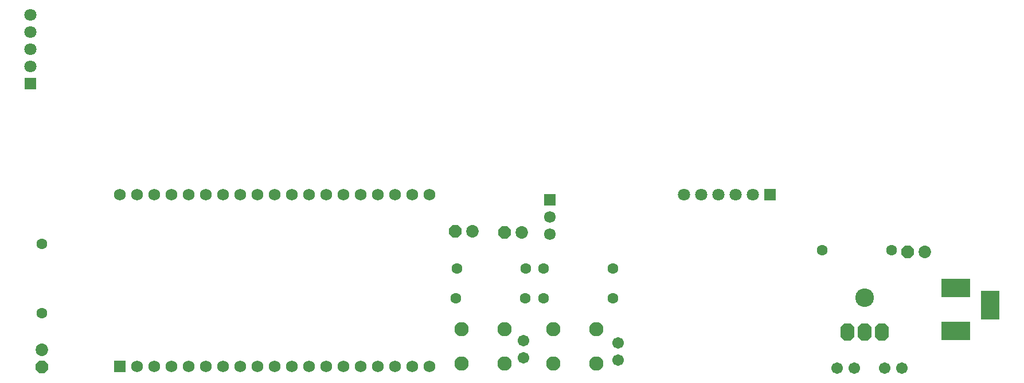
<source format=gts>
G04*
G04 #@! TF.GenerationSoftware,Altium Limited,Altium Designer,19.0.10 (269)*
G04*
G04 Layer_Color=8388736*
%FSTAX24Y24*%
%MOIN*%
G70*
G01*
G75*
%ADD17C,0.0671*%
%ADD18C,0.0730*%
%ADD19P,0.0790X8X22.5*%
%ADD20C,0.0631*%
%ADD21C,0.0830*%
%ADD22R,0.0710X0.0710*%
%ADD23C,0.0710*%
%ADD24R,0.0678X0.0678*%
%ADD25C,0.0678*%
%ADD26R,0.0710X0.0710*%
%ADD27R,0.0682X0.0682*%
%ADD28C,0.0682*%
%ADD29P,0.0790X8X112.5*%
G04:AMPARAMS|DCode=30|XSize=78mil|YSize=98mil|CornerRadius=0mil|HoleSize=0mil|Usage=FLASHONLY|Rotation=0.000|XOffset=0mil|YOffset=0mil|HoleType=Round|Shape=Octagon|*
%AMOCTAGOND30*
4,1,8,-0.0195,0.0490,0.0195,0.0490,0.0390,0.0295,0.0390,-0.0295,0.0195,-0.0490,-0.0195,-0.0490,-0.0390,-0.0295,-0.0390,0.0295,-0.0195,0.0490,0.0*
%
%ADD30OCTAGOND30*%

%ADD31C,0.1080*%
%ADD32R,0.1080X0.1680*%
%ADD33R,0.1680X0.1080*%
D17*
X0606Y0107D02*
D03*
X0616D02*
D03*
X05885D02*
D03*
X05785D02*
D03*
X0396Y0123D02*
D03*
Y0113D02*
D03*
X0451Y01215D02*
D03*
Y01115D02*
D03*
D18*
X03665Y01865D02*
D03*
X0395Y0186D02*
D03*
X0116Y01175D02*
D03*
X06295Y01745D02*
D03*
D19*
X03565Y01865D02*
D03*
X0385Y0186D02*
D03*
X06195Y01745D02*
D03*
D20*
X044808Y01475D02*
D03*
X040792D02*
D03*
X044808Y0165D02*
D03*
X040792D02*
D03*
X039758D02*
D03*
X035742D02*
D03*
X035692Y01475D02*
D03*
X039708D02*
D03*
X0116Y013892D02*
D03*
Y017908D02*
D03*
X061008Y01755D02*
D03*
X056992D02*
D03*
D21*
X036Y01295D02*
D03*
X0385Y01095D02*
D03*
Y01295D02*
D03*
X036Y01095D02*
D03*
X04135Y01295D02*
D03*
X04385Y01095D02*
D03*
Y01295D02*
D03*
X04135Y01095D02*
D03*
D22*
X05395Y0208D02*
D03*
D23*
X05295D02*
D03*
X05195D02*
D03*
X05095D02*
D03*
X04995D02*
D03*
X04895D02*
D03*
X01095Y03125D02*
D03*
Y03025D02*
D03*
Y02925D02*
D03*
Y02825D02*
D03*
D24*
X04115Y0205D02*
D03*
D25*
Y0195D02*
D03*
Y0185D02*
D03*
D26*
X01095Y02725D02*
D03*
D27*
X01615Y0108D02*
D03*
D28*
X01715D02*
D03*
X01815D02*
D03*
X01915D02*
D03*
X02015D02*
D03*
X02115D02*
D03*
X02215D02*
D03*
X02315D02*
D03*
X02415D02*
D03*
X02515D02*
D03*
X02615D02*
D03*
X02715D02*
D03*
X02815D02*
D03*
X02915D02*
D03*
X03015D02*
D03*
X03115D02*
D03*
X03215D02*
D03*
X03315D02*
D03*
X03415D02*
D03*
Y0208D02*
D03*
X03315D02*
D03*
X03215D02*
D03*
X03115D02*
D03*
X03015D02*
D03*
X02915D02*
D03*
X02815D02*
D03*
X02715D02*
D03*
X02615D02*
D03*
X02515D02*
D03*
X02415D02*
D03*
X02315D02*
D03*
X02215D02*
D03*
X02115D02*
D03*
X02015D02*
D03*
X01915D02*
D03*
X01815D02*
D03*
X01715D02*
D03*
X01615D02*
D03*
D29*
X0116Y01075D02*
D03*
D30*
X06045Y0128D02*
D03*
X05945D02*
D03*
X05845D02*
D03*
D31*
X05945Y0148D02*
D03*
D32*
X06675Y01435D02*
D03*
D33*
X06475Y01285D02*
D03*
Y01535D02*
D03*
M02*

</source>
